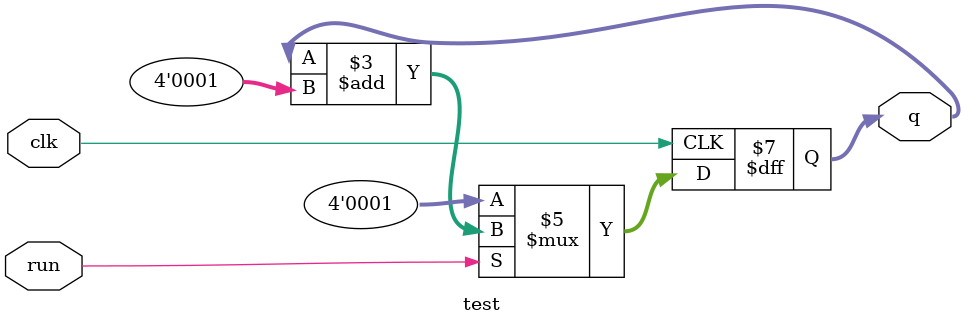
<source format=v>
module test(clk,run,q);
 input clk;
 input run;
 output [3:0] q;
 reg [3:0] q;

 always @(posedge clk) begin
  if (!run) q <= 4'b0001;
  else q <= q + 4'b0001;
 end
endmodule


</source>
